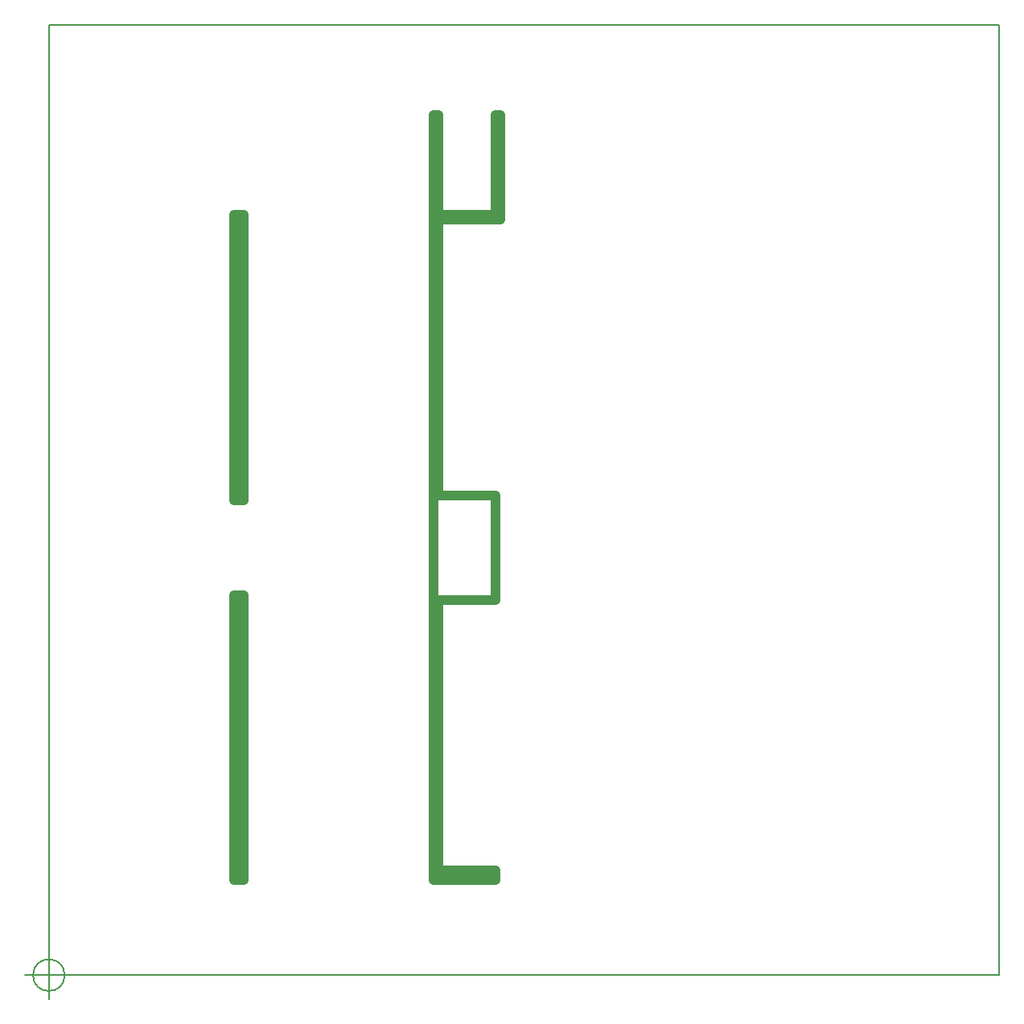
<source format=gbr>
%TF.GenerationSoftware,KiCad,Pcbnew,(5.0.2)-1*%
%TF.CreationDate,2019-03-07T23:56:34+01:00*%
%TF.ProjectId,KicadJE-EuroPowerSupply,4b696361-644a-4452-9d45-75726f506f77,Rev B*%
%TF.SameCoordinates,Original*%
%TF.FileFunction,Profile,NP*%
%FSLAX46Y46*%
G04 Gerber Fmt 4.6, Leading zero omitted, Abs format (unit mm)*
G04 Created by KiCad (PCBNEW (5.0.2)-1) date 07/03/2019 23:56:34*
%MOMM*%
%LPD*%
G01*
G04 APERTURE LIST*
%ADD10C,1.000000*%
%ADD11C,0.150000*%
%ADD12C,0.200000*%
G04 APERTURE END LIST*
D10*
X140500000Y-139000000D02*
X140500000Y-140000000D01*
X147000000Y-139000000D02*
X140500000Y-139000000D01*
X147000000Y-140000000D02*
X147000000Y-139000000D01*
X140500000Y-140000000D02*
X147000000Y-140000000D01*
X140500000Y-70500000D02*
X140500000Y-70000000D01*
X147500000Y-70500000D02*
X140500000Y-70500000D01*
X147500000Y-59500000D02*
X147500000Y-70500000D01*
X147000000Y-59500000D02*
X147500000Y-59500000D01*
X147000000Y-70000000D02*
X147000000Y-59500000D01*
X140500000Y-70000000D02*
X147000000Y-70000000D01*
X141000000Y-110500000D02*
X141000000Y-140000000D01*
X147000000Y-110500000D02*
X141000000Y-110500000D01*
X141000000Y-99500000D02*
X147000000Y-99500000D01*
X141000000Y-59500000D02*
X141000000Y-99500000D01*
X140500000Y-140000000D02*
X140500000Y-59500000D01*
X147000000Y-110500000D02*
X147000000Y-99500000D01*
X140500000Y-59500000D02*
X141000000Y-59500000D01*
X119500000Y-100000000D02*
X120500000Y-100000000D01*
X141000000Y-140000000D02*
X140500000Y-140000000D01*
X119500000Y-110000000D02*
X120500000Y-110000000D01*
X119500000Y-110000000D02*
X119500000Y-140000000D01*
X120500000Y-140000000D02*
X120500000Y-110000000D01*
X119500000Y-140000000D02*
X120500000Y-140000000D01*
X119500000Y-70000000D02*
X119500000Y-100000000D01*
X119500000Y-70000000D02*
X120500000Y-70000000D01*
X120500000Y-100000000D02*
X120500000Y-70000000D01*
D11*
X101666666Y-150000000D02*
G75*
G03X101666666Y-150000000I-1666666J0D01*
G01*
X97500000Y-150000000D02*
X102500000Y-150000000D01*
X100000000Y-147500000D02*
X100000000Y-152500000D01*
D12*
X200000000Y-50000000D02*
X100000000Y-50000000D01*
X200000000Y-150000000D02*
X200000000Y-50000000D01*
X100000000Y-150000000D02*
X200000000Y-150000000D01*
X100000000Y-50000000D02*
X100000000Y-150000000D01*
M02*

</source>
